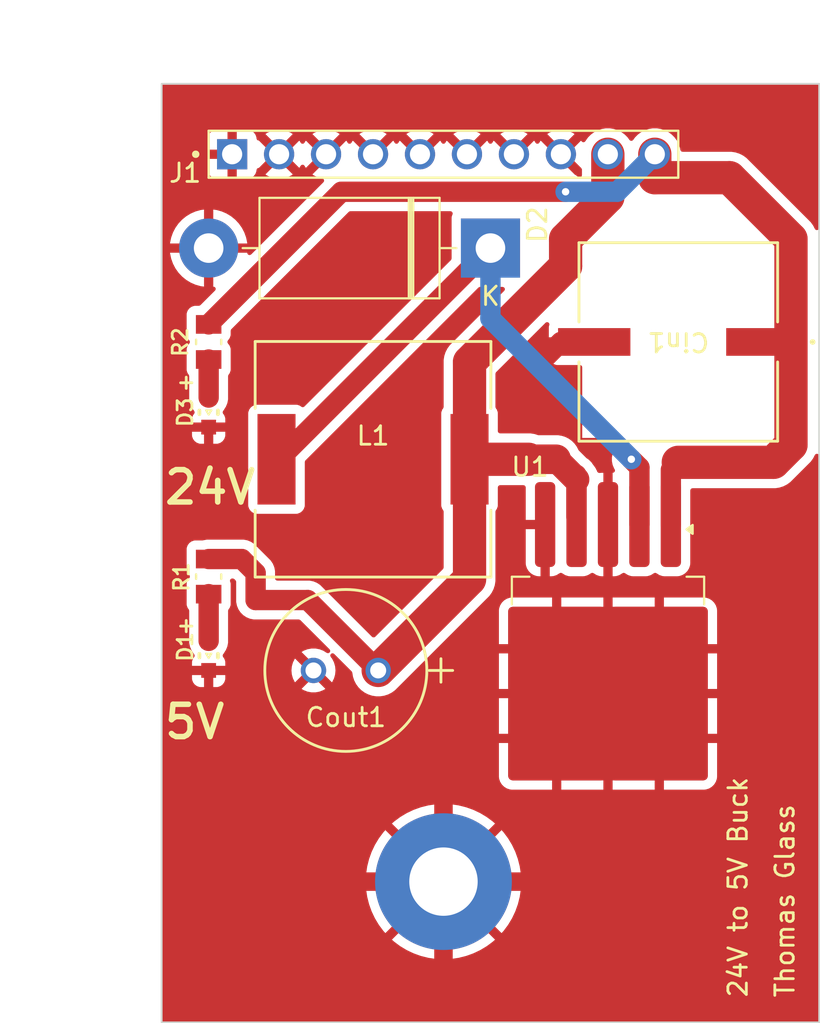
<source format=kicad_pcb>
(kicad_pcb (version 20240108) (generator "pcbnew") (generator_version "8.0")
  (layers (0 "F.Cu" signal) (31 "B.Cu" signal) (34 "B.Paste" user) (35 "F.Paste" user) (36 "B.SilkS" user "B.Silkscreen") (37 "F.SilkS" user "F.Silkscreen") (38 "B.Mask" user) (39 "F.Mask" user) (44 "Edge.Cuts" user))
  (net 0 "")
  (net 1 "/GND")
  (net 2 "/+24V")
  (net 3 "/+5V")
  (net 4 "Net-(D1-Pad2)")
  (net 5 "Net-(D2-K)")
  (net 6 "Net-(D3-Pad2)")
  (footprint "220_cap:CAP_YX_8X11P5_RUB" (layer "F.Cu") (at 108.229254 101.6 180)
    (property "Reference" "Cout1" (at 1.75 -2.54 0) (layer "F.SilkS"))
    (property "Value" "220u")
    (property "VALUE" "" (hide yes))
    (fp_line (start -3.3935 -0.635) (end -3.3935 0.635) (stroke (width 0.1524)) (layer "F.SilkS"))
    (fp_line (start -4.0285 0) (end -2.7585 0) (stroke (width 0.1524)) (layer "F.SilkS"))
    (fp_circle (center 1.75 0) (end 6.1315 0) (stroke (width 0.1524)) (fill none) (layer "F.SilkS"))
    (pad "1" thru_hole circle (at 0 0 180) (size 1.3716 1.3716) (drill 0.8636) (layers "*.Cu" "*.Mask") (net 3 "/+5V"))
    (pad "2" thru_hole circle (at 3.500001 0 180) (size 1.3716 1.3716) (drill 0.8636) (layers "*.Cu" "*.Mask") (net 1 "/GND"))
  )
  (footprint "Package_TO_SOT_SMD:TO-263-5_TabPin3" (layer "F.Cu") (at 120.658005 101.352356 -90)
    (property "Reference" "U1" (at -10.765 4.22 180) (layer "F.SilkS"))
    (property "Value" "LM2596S-5")
    (property "VALUE" "" (hide yes))
    (fp_line (start -4.825 5.2) (end -4.825 4.25) (stroke (width 0.12)) (layer "F.SilkS"))
    (fp_line (start -3.325 5.2) (end -4.825 5.2) (stroke (width 0.12)) (layer "F.SilkS"))
    (fp_line (start -4.825 -5.2) (end -4.825 -4.25) (stroke (width 0.12)) (layer "F.SilkS"))
    (fp_line (start -3.325 -5.2) (end -4.825 -5.2) (stroke (width 0.12)) (layer "F.SilkS"))
    (fp_poly (pts (xy -7.3875 -4.25) (xy -7.6275 -4.58) (xy -7.1475 -4.58) (xy -7.3875 -4.25)) (stroke (width 0.12)) (fill solid) (layer "F.SilkS"))
    (pad "1" smd roundrect (at -7.65 -3.4 270) (size 4.6 1.1) (layers "F.Cu" "F.Paste" "F.Mask") (roundrect_rratio 0.227273) (net 2 "/+24V"))
    (pad "2" smd roundrect (at -7.65 -1.7 270) (size 4.6 1.1) (layers "F.Cu" "F.Paste" "F.Mask") (roundrect_rratio 0.227273) (net 5 "Net-(D2-K)"))
    (pad "3" smd roundrect (at -7.65 0 270) (size 4.6 1.1) (layers "F.Cu" "F.Paste" "F.Mask") (roundrect_rratio 0.227273) (net 1 "/GND"))
    (pad "3" smd roundrect (at -0.925 -2.775 270) (size 4.55 5.25) (layers "F.Cu" "F.Paste") (roundrect_rratio 0.054945) (net 1 "/GND"))
    (pad "3" smd roundrect (at -0.925 2.775 270) (size 4.55 5.25) (layers "F.Cu" "F.Paste") (roundrect_rratio 0.054945) (net 1 "/GND"))
    (pad "3" smd roundrect (at 1.5 0 270) (size 9.4 10.8) (layers "F.Cu" "F.Mask") (roundrect_rratio 0.026596) (net 1 "/GND"))
    (pad "3" smd roundrect (at 3.925 -2.775 270) (size 4.55 5.25) (layers "F.Cu" "F.Paste") (roundrect_rratio 0.054945) (net 1 "/GND"))
    (pad "3" smd roundrect (at 3.925 2.775 270) (size 4.55 5.25) (layers "F.Cu" "F.Paste") (roundrect_rratio 0.054945) (net 1 "/GND"))
    (pad "4" smd roundrect (at -7.65 1.7 270) (size 4.6 1.1) (layers "F.Cu" "F.Paste" "F.Mask") (roundrect_rratio 0.227273) (net 3 "/+5V"))
    (pad "5" smd roundrect (at -7.65 3.4 270) (size 4.6 1.1) (layers "F.Cu" "F.Paste" "F.Mask") (roundrect_rratio 0.227273) (net 1 "/GND"))
  )
  (footprint "680_cap:CAP_FT_G_PAN" (layer "F.Cu") (at 124.46 83.82 180)
    (property "Reference" "Cin1" (at 0 0 180) (layer "F.SilkS"))
    (property "Value" "680u")
    (property "VALUE" "" (hide yes))
    (fp_line (start 5.3721 5.3721) (end 5.3721 1.08204) (stroke (width 0.1524)) (layer "F.SilkS"))
    (fp_line (start 5.3721 -1.08204) (end 5.3721 -5.3721) (stroke (width 0.1524)) (layer "F.SilkS"))
    (fp_line (start 5.3721 -5.3721) (end -5.3721 -5.3721) (stroke (width 0.1524)) (layer "F.SilkS"))
    (fp_line (start -5.3721 5.3721) (end 5.3721 5.3721) (stroke (width 0.1524)) (layer "F.SilkS"))
    (fp_line (start -5.3721 1.08204) (end -5.3721 5.3721) (stroke (width 0.1524)) (layer "F.SilkS"))
    (fp_line (start -5.3721 -5.3721) (end -5.3721 -1.08204) (stroke (width 0.1524)) (layer "F.SilkS"))
    (fp_circle (center -7.2644 0) (end -7.1882 0) (stroke (width 0.1524)) (fill none) (layer "F.SilkS"))
    (pad "1" smd rect (at -4.5466 0 180) (size 3.9116 1.4986) (layers "F.Cu" "F.Paste" "F.Mask") (net 2 "/+24V"))
    (pad "2" smd rect (at 4.5466 0 180) (size 3.9116 1.4986) (layers "F.Cu" "F.Paste" "F.Mask") (net 1 "/GND"))
    (zone (net 0) (net_name "") (layer "F.Cu") (connect_pads (clearance 0)) (min_thickness 0.254)
      (keepout (tracks not_allowed) (vias not_allowed) (pads allowed) (copperpour not_allowed) (footprints allowed))
      (fill (thermal_gap 0.508) (thermal_bridge_width 0.508))
      (polygon (pts (xy 127 84.6201) (xy 121.92 84.6201) (xy 121.92 83.0199) (xy 127 83.0199)))
    )
    (zone (net 0) (net_name "") (layer "F.Cu") (connect_pads (clearance 0)) (min_thickness 0.254)
      (keepout (tracks not_allowed) (vias not_allowed) (pads allowed) (copperpour not_allowed) (footprints allowed))
      (fill (thermal_gap 0.508) (thermal_bridge_width 0.508))
      (polygon (pts (xy 129.6543 83.0199) (xy 119.2657 83.0199) (xy 119.2657 78.6257) (xy 129.6543 78.6257)))
    )
    (zone (net 0) (net_name "") (layer "F.Cu") (connect_pads (clearance 0)) (min_thickness 0.254)
      (keepout (tracks not_allowed) (vias not_allowed) (pads allowed) (copperpour not_allowed) (footprints allowed))
      (fill (thermal_gap 0.508) (thermal_bridge_width 0.508))
      (polygon (pts (xy 129.6543 89.0143) (xy 119.2657 89.0143) (xy 119.2657 84.6201) (xy 129.6543 84.6201)))
    )
  )
  (footprint "WL-SMCW_0603:WL-SMCW_0603" (layer "F.Cu") (at 99.06 100.8 90)
    (property "Reference" "D1" (at 0.47 -1.27 90) (layer "F.SilkS") (effects (font (size 0.8 0.8))))
    (property "Value" "150060VS75000")
    (property "VALUE" "" (hide yes))
    (fp_line (start -0.1 -0.5) (end 0.1 -0.5) (stroke (width 0.2)) (layer "F.SilkS"))
    (fp_line (start 0.11 -0.14) (end 0.11 0.15) (stroke (width 0.1)) (layer "F.SilkS"))
    (fp_line (start -0.13 0) (end 0.11 -0.14) (stroke (width 0.1)) (layer "F.SilkS"))
    (fp_line (start 0.11 0.15) (end -0.13 0) (stroke (width 0.1)) (layer "F.SilkS"))
    (fp_line (start 0.1 0.5) (end -0.1 0.5) (stroke (width 0.2)) (layer "F.SilkS"))
    (fp_text user "+" (at 1.6 -1.27 90) (layer "F.SilkS") (effects (font (size 0.8 0.8))))
    (pad "1" smd rect (at -0.8 0 90) (size 0.8 0.8) (layers "F.Cu" "F.Paste" "F.Mask") (net 1 "/GND"))
    (pad "2" smd rect (at 0.8 0 90) (size 0.8 0.8) (layers "F.Cu" "F.Paste" "F.Mask") (net 4 "Net-(D1-Pad2)"))
  )
  (footprint "RMCF0805JT1K10:RESC2012X65N" (layer "F.Cu") (at 99.06 96.52 -90)
    (property "Reference" "R1" (at 0.025254 1.46996 90) (layer "F.SilkS") (effects (font (size 0.8 0.8))))
    (property "Value" "1.1k")
    (property "VALUE" "" (hide yes))
    (fp_line (start -0.12 0.68) (end 0.12 0.68) (stroke (width 0.127)) (layer "F.SilkS"))
    (fp_line (start -0.12 -0.68) (end 0.12 -0.68) (stroke (width 0.127)) (layer "F.SilkS"))
    (pad "1" smd rect (at -0.95 0 270) (size 1.01 1.38) (layers "F.Cu" "F.Paste" "F.Mask") (net 3 "/+5V"))
    (pad "2" smd rect (at 0.95 0 270) (size 1.01 1.38) (layers "F.Cu" "F.Paste" "F.Mask") (net 4 "Net-(D1-Pad2)"))
  )
  (footprint "WL-SMCW_0603:WL-SMCW_0603" (layer "F.Cu") (at 99.06 87.63 90)
    (property "Reference" "D3" (at 0 -1.27 90) (layer "F.SilkS") (effects (font (size 0.8 0.8))))
    (property "Value" "150060RS75000")
    (property "VALUE" "" (hide yes))
    (fp_line (start -0.1 -0.5) (end 0.1 -0.5) (stroke (width 0.2)) (layer "F.SilkS"))
    (fp_line (start 0.11 -0.14) (end 0.11 0.15) (stroke (width 0.1)) (layer "F.SilkS"))
    (fp_line (start -0.13 0) (end 0.11 -0.14) (stroke (width 0.1)) (layer "F.SilkS"))
    (fp_line (start 0.11 0.15) (end -0.13 0) (stroke (width 0.1)) (layer "F.SilkS"))
    (fp_line (start 0.1 0.5) (end -0.1 0.5) (stroke (width 0.2)) (layer "F.SilkS"))
    (fp_text user "+" (at 1.6 -1.27 90) (layer "F.SilkS") (effects (font (size 0.8 0.8))))
    (pad "1" smd rect (at -0.8 0 90) (size 0.8 0.8) (layers "F.Cu" "F.Paste" "F.Mask") (net 1 "/GND"))
    (pad "2" smd rect (at 0.8 0 90) (size 0.8 0.8) (layers "F.Cu" "F.Paste" "F.Mask") (net 6 "Net-(D3-Pad2)"))
  )
  (footprint "Diode_THT:D_DO-201AD_P15.24mm_Horizontal" (layer "F.Cu") (at 114.3 78.74 180)
    (property "Reference" "D2" (at -2.54 1.27 90) (layer "F.SilkS"))
    (property "Value" "1N5822")
    (property "VALUE" "" (hide yes))
    (fp_line (start 13.4 0) (end 12.49 0) (stroke (width 0.12)) (layer "F.SilkS"))
    (fp_line (start 12.49 2.72) (end 12.49 -2.72) (stroke (width 0.12)) (layer "F.SilkS"))
    (fp_line (start 12.49 -2.72) (end 2.75 -2.72) (stroke (width 0.12)) (layer "F.SilkS"))
    (fp_line (start 4.415 -2.72) (end 4.415 2.72) (stroke (width 0.12)) (layer "F.SilkS"))
    (fp_line (start 4.295 -2.72) (end 4.295 2.72) (stroke (width 0.12)) (layer "F.SilkS"))
    (fp_line (start 4.175 -2.72) (end 4.175 2.72) (stroke (width 0.12)) (layer "F.SilkS"))
    (fp_line (start 2.75 2.72) (end 12.49 2.72) (stroke (width 0.12)) (layer "F.SilkS"))
    (fp_line (start 2.75 -2.72) (end 2.75 2.72) (stroke (width 0.12)) (layer "F.SilkS"))
    (fp_line (start 1.84 0) (end 2.75 0) (stroke (width 0.12)) (layer "F.SilkS"))
    (fp_text user "K" (at 0 -2.6 0) (layer "F.SilkS"))
    (pad "1" thru_hole rect (at 0 0 180) (size 3.2 3.2) (drill 1.6) (layers "*.Cu" "*.Mask") (net 5 "Net-(D2-K)"))
    (pad "2" thru_hole oval (at 15.24 0 180) (size 3.2 3.2) (drill 1.6) (layers "*.Cu" "*.Mask") (net 1 "/GND"))
  )
  (footprint "DR127_330_R1:IND_DR127-330-R_EAT" (layer "F.Cu") (at 107.95 90.17)
    (property "Reference" "L1" (at 0 -1.27 0) (layer "F.SilkS"))
    (property "Value" "33u")
    (property "VALUE" "" (hide yes))
    (fp_line (start -6.3754 -6.3754) (end -6.3754 -2.75865) (stroke (width 0.1524)) (layer "F.SilkS"))
    (fp_line (start -6.3754 2.75865) (end -6.3754 6.3754) (stroke (width 0.1524)) (layer "F.SilkS"))
    (fp_line (start -6.3754 6.3754) (end 6.3754 6.3754) (stroke (width 0.1524)) (layer "F.SilkS"))
    (fp_line (start 6.3754 -6.3754) (end -6.3754 -6.3754) (stroke (width 0.1524)) (layer "F.SilkS"))
    (fp_line (start 6.3754 -2.75865) (end 6.3754 -6.3754) (stroke (width 0.1524)) (layer "F.SilkS"))
    (fp_line (start 6.3754 6.3754) (end 6.3754 2.75865) (stroke (width 0.1524)) (layer "F.SilkS"))
    (pad "1" smd rect (at -5.2197 0) (size 2.0574 4.9022) (layers "F.Cu" "F.Paste" "F.Mask") (net 5 "Net-(D2-K)"))
    (pad "2" smd rect (at 5.2197 0) (size 2.0574 4.9022) (layers "F.Cu" "F.Paste" "F.Mask") (net 3 "/+5V"))
  )
  (footprint "10pin Socket:PRECI-DIP_310-87-110-41-001101" (layer "F.Cu") (at 111.76 73.66)
    (property "Reference" "J1" (at -13.97 1.016 0) (layer "F.SilkS"))
    (property "Value" "Conn_01x10_Socket")
    (property "VALUE" "" (hide yes))
    (fp_line (start -12.7 -1.27) (end 12.7 -1.27) (stroke (width 0.127)) (layer "F.SilkS"))
    (fp_line (start -12.7 1.27) (end -12.7 -1.27) (stroke (width 0.127)) (layer "F.SilkS"))
    (fp_line (start 12.7 -1.27) (end 12.7 1.27) (stroke (width 0.127)) (layer "F.SilkS"))
    (fp_line (start 12.7 1.27) (end -12.7 1.27) (stroke (width 0.127)) (layer "F.SilkS"))
    (fp_circle (center -13.4 0) (end -13.3 0) (stroke (width 0.2)) (fill none) (layer "F.SilkS"))
    (pad "1" thru_hole rect (at -11.43 0) (size 1.635 1.635) (drill 1.09) (layers "*.Cu" "*.Mask") (net 1 "/GND"))
    (pad "2" thru_hole circle (at -8.89 0) (size 1.635 1.635) (drill 1.09) (layers "*.Cu" "*.Mask") (net 1 "/GND"))
    (pad "3" thru_hole circle (at -6.35 0) (size 1.635 1.635) (drill 1.09) (layers "*.Cu" "*.Mask") (net 1 "/GND"))
    (pad "4" thru_hole circle (at -3.81 0) (size 1.635 1.635) (drill 1.09) (layers "*.Cu" "*.Mask") (net 1 "/GND"))
    (pad "5" thru_hole circle (at -1.27 0) (size 1.635 1.635) (drill 1.09) (layers "*.Cu" "*.Mask") (net 1 "/GND"))
    (pad "6" thru_hole circle (at 1.27 0) (size 1.635 1.635) (drill 1.09) (layers "*.Cu" "*.Mask") (net 1 "/GND"))
    (pad "7" thru_hole circle (at 3.81 0) (size 1.635 1.635) (drill 1.09) (layers "*.Cu" "*.Mask") (net 1 "/GND"))
    (pad "8" thru_hole circle (at 6.35 0) (size 1.635 1.635) (drill 1.09) (layers "*.Cu" "*.Mask") (net 1 "/GND"))
    (pad "9" thru_hole circle (at 8.89 0) (size 1.635 1.635) (drill 1.09) (layers "*.Cu" "*.Mask") (net 3 "/+5V"))
    (pad "10" thru_hole circle (at 11.43 0) (size 1.635 1.635) (drill 1.09) (layers "*.Cu" "*.Mask") (net 2 "/+24V"))
  )
  (footprint "MountingHole:MountingHole_3.7mm_Pad" (layer "F.Cu") (at 111.76 113.03)
    (property "Reference" "REF1" (hide yes))
    (property "Value" "MountingHole_3.7mm_Pad")
    (pad "" thru_hole circle (at 0 0) (size 7.4 7.4) (drill 3.7) (layers "*.Cu" "*.Mask") (net 1 "/GND"))
  )
  (footprint "RMCF0805JT1K10:RESC2012X65N" (layer "F.Cu") (at 99.06 83.82 -90)
    (property "Reference" "R2" (at 0.009458 1.534666 90) (layer "F.SilkS") (effects (font (size 0.8 0.8))))
    (property "Value" "1.1k")
    (property "VALUE" "" (hide yes))
    (fp_line (start -0.12 0.68) (end 0.12 0.68) (stroke (width 0.127)) (layer "F.SilkS"))
    (fp_line (start -0.12 -0.68) (end 0.12 -0.68) (stroke (width 0.127)) (layer "F.SilkS"))
    (pad "1" smd rect (at -0.95 0 270) (size 1.01 1.38) (layers "F.Cu" "F.Paste" "F.Mask") (net 2 "/+24V"))
    (pad "2" smd rect (at 0.95 0 270) (size 1.01 1.38) (layers "F.Cu" "F.Paste" "F.Mask") (net 6 "Net-(D3-Pad2)"))
  )
  (gr_rect (start 96.52 69.85) (end 132.08 120.65) (stroke (width 0.1)) (fill none) (layer "Edge.Cuts"))
  (gr_text "Thomas Glass" (at 130.81 119.38 90) (layer "F.SilkS") (effects (font (size 1 1)) (justify left bottom)))
  (gr_text "5V" (at 96.52 105.41 0) (layer "F.SilkS") (effects (font (size 1.75 1.75) (thickness 0.3)) (justify left bottom)))
  (gr_text "24V to 5V Buck" (at 128.27 119.38 90) (layer "F.SilkS") (effects (font (size 1 1)) (justify left bottom)))
  (gr_text "24V" (at 96.52 92.71 0) (layer "F.SilkS") (effects (font (size 1.75 1.75) (thickness 0.3) (bold yes)) (justify left bottom)))
  (segment (start 116.84 113.03) (end 111.76 113.03) (width 1) (layer "F.Cu") (net 1))
  (segment (start 118.11 83.82) (end 116.84 85.09) (width 1.1) (layer "F.Cu") (net 1))
  (segment (start 111.76 113.03) (end 111.76 118.11) (width 1) (layer "F.Cu") (net 1))
  (segment (start 119.9134 83.82) (end 118.7069 83.82) (width 0.25) (layer "F.Cu") (net 1))
  (segment (start 111.76 113.03) (end 106.68 113.03) (width 1) (layer "F.Cu") (net 1))
  (segment (start 118.7069 83.82) (end 118.11 84.4169) (width 0.25) (layer "F.Cu") (net 1))
  (segment (start 119.9134 83.82) (end 118.11 83.82) (width 0.25) (layer "F.Cu") (net 1))
  (segment (start 111.76 107.95) (end 111.76 113.03) (width 1) (layer "F.Cu") (net 1))
  (segment (start 123.19 73.66) (end 123.19 74.93) (width 1.8) (layer "F.Cu") (net 2))
  (segment (start 106.238 75.692) (end 118.364 75.692) (width 1.1) (layer "F.Cu") (net 2))
  (segment (start 130.5543 78.252908) (end 130.5543 89.387092) (width 1.8) (layer "F.Cu") (net 2))
  (segment (start 130.5543 89.387092) (end 129.606392 90.335) (width 1.8) (layer "F.Cu") (net 2))
  (segment (start 127.231392 74.93) (end 130.5543 78.252908) (width 1.8) (layer "F.Cu") (net 2))
  (segment (start 124.058005 90.736995) (end 124.46 90.335) (width 0.25) (layer "F.Cu") (net 2))
  (segment (start 123.19 74.93) (end 127.231392 74.93) (width 1.8) (layer "F.Cu") (net 2))
  (segment (start 129.606392 90.335) (end 124.46 90.335) (width 1.8) (layer "F.Cu") (net 2))
  (segment (start 124.058005 93.702356) (end 124.058005 90.736995) (width 1.1) (layer "F.Cu") (net 2))
  (segment (start 99.06 82.87) (end 106.238 75.692) (width 1.1) (layer "F.Cu") (net 2))
  (via (at 118.364 75.692) (size 0.8) (drill 0.4) (layers "F.Cu" "B.Cu") (net 2))
  (segment (start 121.158 75.692) (end 123.19 73.66) (width 1.1) (layer "B.Cu") (net 2))
  (segment (start 118.364 75.692) (end 121.158 75.692) (width 1.1) (layer "B.Cu") (net 2))
  (segment (start 101.6 97.79) (end 101.6 96.32) (width 1.1) (layer "F.Cu") (net 3))
  (segment (start 113.1697 90.17) (end 113.1697 96.659554) (width 1.8) (layer "F.Cu") (net 3))
  (segment (start 113.1697 96.659554) (end 108.229254 101.6) (width 1.8) (layer "F.Cu") (net 3))
  (segment (start 113.1697 84.9103) (end 118.3657 79.7143) (width 1.8) (layer "F.Cu") (net 3))
  (segment (start 118.3657 79.7143) (end 118.3657 78.252908) (width 1.8) (layer "F.Cu") (net 3))
  (segment (start 118.3657 78.252908) (end 120.65 75.968608) (width 1.8) (layer "F.Cu") (net 3))
  (segment (start 99.06 95.57) (end 99.38 95.57) (width 0.25) (layer "F.Cu") (net 3))
  (segment (start 118.95 91.264) (end 117.856 90.17) (width 1.4) (layer "F.Cu") (net 3))
  (segment (start 101.6 97.79) (end 104.419254 97.79) (width 1.1) (layer "F.Cu") (net 3))
  (segment (start 117.856 90.17) (end 116.84 90.17) (width 1.6) (layer "F.Cu") (net 3))
  (segment (start 104.419254 97.79) (end 108.229254 101.6) (width 1.1) (layer "F.Cu") (net 3))
  (segment (start 100.85 95.57) (end 99.06 95.57) (width 1.1) (layer "F.Cu") (net 3))
  (segment (start 101.6 96.32) (end 100.85 95.57) (width 1.1) (layer "F.Cu") (net 3))
  (segment (start 113.1697 90.17) (end 113.1697 84.9103) (width 1.8) (layer "F.Cu") (net 3))
  (segment (start 118.95 93.285) (end 118.95 91.01) (width 1.1) (layer "F.Cu") (net 3))
  (segment (start 113.1697 90.17) (end 116.3591 90.17) (width 1.8) (layer "F.Cu") (net 3))
  (segment (start 120.65 75.968608) (end 120.65 73.66) (width 1.8) (layer "F.Cu") (net 3))
  (segment (start 99.06 97.47) (end 99.06 100) (width 1.1) (layer "F.Cu") (net 4))
  (segment (start 122.358005 90.608005) (end 122.358005 93.702356) (width 1.1) (layer "F.Cu") (net 5))
  (segment (start 114.3 78.74) (end 102.87 90.17) (width 1.1) (layer "F.Cu") (net 5))
  (segment (start 102.87 90.17) (end 102.7303 90.17) (width 1.1) (layer "F.Cu") (net 5))
  (segment (start 121.92 90.17) (end 122.358005 90.608005) (width 1.1) (layer "F.Cu") (net 5))
  (via (at 121.92 90.17) (size 0.8) (drill 0.4) (layers "F.Cu" "B.Cu") (net 5))
  (segment (start 114.3 78.74) (end 114.3 82.55) (width 1.1) (layer "B.Cu") (net 5))
  (segment (start 114.3 82.55) (end 121.92 90.17) (width 1.1) (layer "B.Cu") (net 5))
  (segment (start 99.06 84.77) (end 99.06 86.83) (width 1.1) (layer "F.Cu") (net 6))
  (zone (net 1) (net_name "/GND") (layer "F.Cu") (connect_pads (clearance 0.5)) (min_thickness 0.25) (fill yes (thermal_gap 0.5) (thermal_bridge_width 0.5))
    (polygon (pts (xy 96.52 69.85) (xy 96.52 120.65) (xy 132.08 120.65) (xy 132.08 69.85)))
  )
)
</source>
